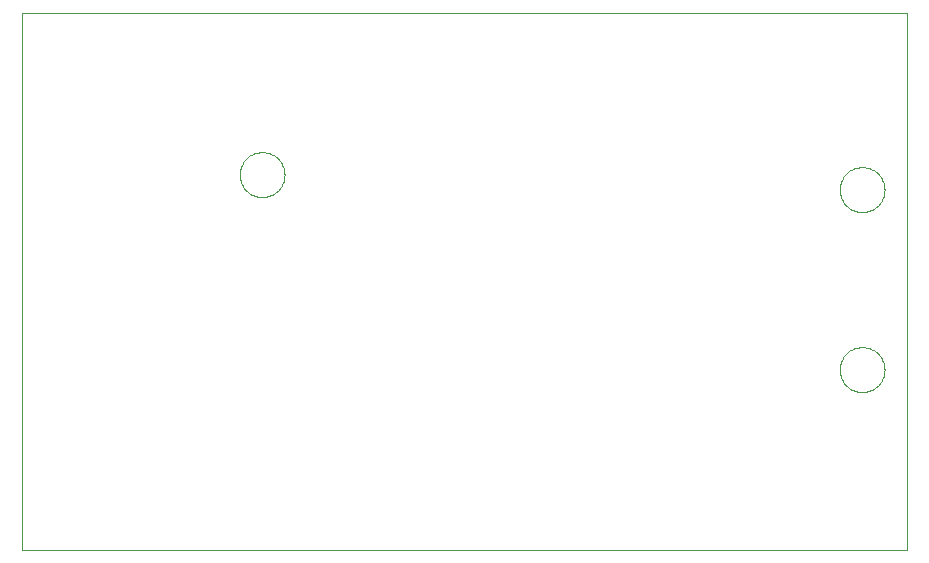
<source format=gbp>
G75*
%MOIN*%
%OFA0B0*%
%FSLAX24Y24*%
%IPPOS*%
%LPD*%
%AMOC8*
5,1,8,0,0,1.08239X$1,22.5*
%
%ADD10C,0.0000*%
D10*
X002304Y000981D02*
X002304Y018851D01*
X031796Y018851D01*
X031796Y000981D01*
X002304Y000981D01*
X009557Y013481D02*
X009559Y013536D01*
X009565Y013590D01*
X009575Y013643D01*
X009589Y013696D01*
X009606Y013748D01*
X009628Y013798D01*
X009653Y013847D01*
X009681Y013893D01*
X009713Y013938D01*
X009748Y013979D01*
X009786Y014019D01*
X009826Y014055D01*
X009869Y014089D01*
X009915Y014119D01*
X009962Y014145D01*
X010012Y014168D01*
X010063Y014188D01*
X010115Y014204D01*
X010168Y014216D01*
X010222Y014224D01*
X010277Y014228D01*
X010331Y014228D01*
X010386Y014224D01*
X010440Y014216D01*
X010493Y014204D01*
X010545Y014188D01*
X010596Y014168D01*
X010646Y014145D01*
X010693Y014119D01*
X010739Y014089D01*
X010782Y014055D01*
X010822Y014019D01*
X010860Y013979D01*
X010895Y013938D01*
X010927Y013893D01*
X010955Y013847D01*
X010980Y013798D01*
X011002Y013748D01*
X011019Y013696D01*
X011033Y013643D01*
X011043Y013590D01*
X011049Y013536D01*
X011051Y013481D01*
X011049Y013426D01*
X011043Y013372D01*
X011033Y013319D01*
X011019Y013266D01*
X011002Y013214D01*
X010980Y013164D01*
X010955Y013115D01*
X010927Y013069D01*
X010895Y013024D01*
X010860Y012983D01*
X010822Y012943D01*
X010782Y012907D01*
X010739Y012873D01*
X010693Y012843D01*
X010646Y012817D01*
X010596Y012794D01*
X010545Y012774D01*
X010493Y012758D01*
X010440Y012746D01*
X010386Y012738D01*
X010331Y012734D01*
X010277Y012734D01*
X010222Y012738D01*
X010168Y012746D01*
X010115Y012758D01*
X010063Y012774D01*
X010012Y012794D01*
X009962Y012817D01*
X009915Y012843D01*
X009869Y012873D01*
X009826Y012907D01*
X009786Y012943D01*
X009748Y012983D01*
X009713Y013024D01*
X009681Y013069D01*
X009653Y013115D01*
X009628Y013164D01*
X009606Y013214D01*
X009589Y013266D01*
X009575Y013319D01*
X009565Y013372D01*
X009559Y013426D01*
X009557Y013481D01*
X029557Y012981D02*
X029559Y013036D01*
X029565Y013090D01*
X029575Y013143D01*
X029589Y013196D01*
X029606Y013248D01*
X029628Y013298D01*
X029653Y013347D01*
X029681Y013393D01*
X029713Y013438D01*
X029748Y013479D01*
X029786Y013519D01*
X029826Y013555D01*
X029869Y013589D01*
X029915Y013619D01*
X029962Y013645D01*
X030012Y013668D01*
X030063Y013688D01*
X030115Y013704D01*
X030168Y013716D01*
X030222Y013724D01*
X030277Y013728D01*
X030331Y013728D01*
X030386Y013724D01*
X030440Y013716D01*
X030493Y013704D01*
X030545Y013688D01*
X030596Y013668D01*
X030646Y013645D01*
X030693Y013619D01*
X030739Y013589D01*
X030782Y013555D01*
X030822Y013519D01*
X030860Y013479D01*
X030895Y013438D01*
X030927Y013393D01*
X030955Y013347D01*
X030980Y013298D01*
X031002Y013248D01*
X031019Y013196D01*
X031033Y013143D01*
X031043Y013090D01*
X031049Y013036D01*
X031051Y012981D01*
X031049Y012926D01*
X031043Y012872D01*
X031033Y012819D01*
X031019Y012766D01*
X031002Y012714D01*
X030980Y012664D01*
X030955Y012615D01*
X030927Y012569D01*
X030895Y012524D01*
X030860Y012483D01*
X030822Y012443D01*
X030782Y012407D01*
X030739Y012373D01*
X030693Y012343D01*
X030646Y012317D01*
X030596Y012294D01*
X030545Y012274D01*
X030493Y012258D01*
X030440Y012246D01*
X030386Y012238D01*
X030331Y012234D01*
X030277Y012234D01*
X030222Y012238D01*
X030168Y012246D01*
X030115Y012258D01*
X030063Y012274D01*
X030012Y012294D01*
X029962Y012317D01*
X029915Y012343D01*
X029869Y012373D01*
X029826Y012407D01*
X029786Y012443D01*
X029748Y012483D01*
X029713Y012524D01*
X029681Y012569D01*
X029653Y012615D01*
X029628Y012664D01*
X029606Y012714D01*
X029589Y012766D01*
X029575Y012819D01*
X029565Y012872D01*
X029559Y012926D01*
X029557Y012981D01*
X029557Y006981D02*
X029559Y007036D01*
X029565Y007090D01*
X029575Y007143D01*
X029589Y007196D01*
X029606Y007248D01*
X029628Y007298D01*
X029653Y007347D01*
X029681Y007393D01*
X029713Y007438D01*
X029748Y007479D01*
X029786Y007519D01*
X029826Y007555D01*
X029869Y007589D01*
X029915Y007619D01*
X029962Y007645D01*
X030012Y007668D01*
X030063Y007688D01*
X030115Y007704D01*
X030168Y007716D01*
X030222Y007724D01*
X030277Y007728D01*
X030331Y007728D01*
X030386Y007724D01*
X030440Y007716D01*
X030493Y007704D01*
X030545Y007688D01*
X030596Y007668D01*
X030646Y007645D01*
X030693Y007619D01*
X030739Y007589D01*
X030782Y007555D01*
X030822Y007519D01*
X030860Y007479D01*
X030895Y007438D01*
X030927Y007393D01*
X030955Y007347D01*
X030980Y007298D01*
X031002Y007248D01*
X031019Y007196D01*
X031033Y007143D01*
X031043Y007090D01*
X031049Y007036D01*
X031051Y006981D01*
X031049Y006926D01*
X031043Y006872D01*
X031033Y006819D01*
X031019Y006766D01*
X031002Y006714D01*
X030980Y006664D01*
X030955Y006615D01*
X030927Y006569D01*
X030895Y006524D01*
X030860Y006483D01*
X030822Y006443D01*
X030782Y006407D01*
X030739Y006373D01*
X030693Y006343D01*
X030646Y006317D01*
X030596Y006294D01*
X030545Y006274D01*
X030493Y006258D01*
X030440Y006246D01*
X030386Y006238D01*
X030331Y006234D01*
X030277Y006234D01*
X030222Y006238D01*
X030168Y006246D01*
X030115Y006258D01*
X030063Y006274D01*
X030012Y006294D01*
X029962Y006317D01*
X029915Y006343D01*
X029869Y006373D01*
X029826Y006407D01*
X029786Y006443D01*
X029748Y006483D01*
X029713Y006524D01*
X029681Y006569D01*
X029653Y006615D01*
X029628Y006664D01*
X029606Y006714D01*
X029589Y006766D01*
X029575Y006819D01*
X029565Y006872D01*
X029559Y006926D01*
X029557Y006981D01*
M02*

</source>
